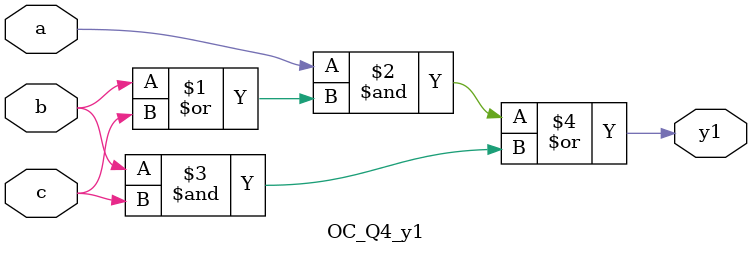
<source format=v>
`timescale 1ns/1ns
module OC_Q4_y0(input a, b, c, output y0);
    assign #(40, 32) y0 = (~a & (~b & c | b & ~c)) | (a & (b & c | ~b & ~c));

endmodule

module OC_Q4_y1(input a, b, c, output y1);
    assign #(30, 24) y1 = ((a & (b | c)) | b & c);

endmodule
</source>
